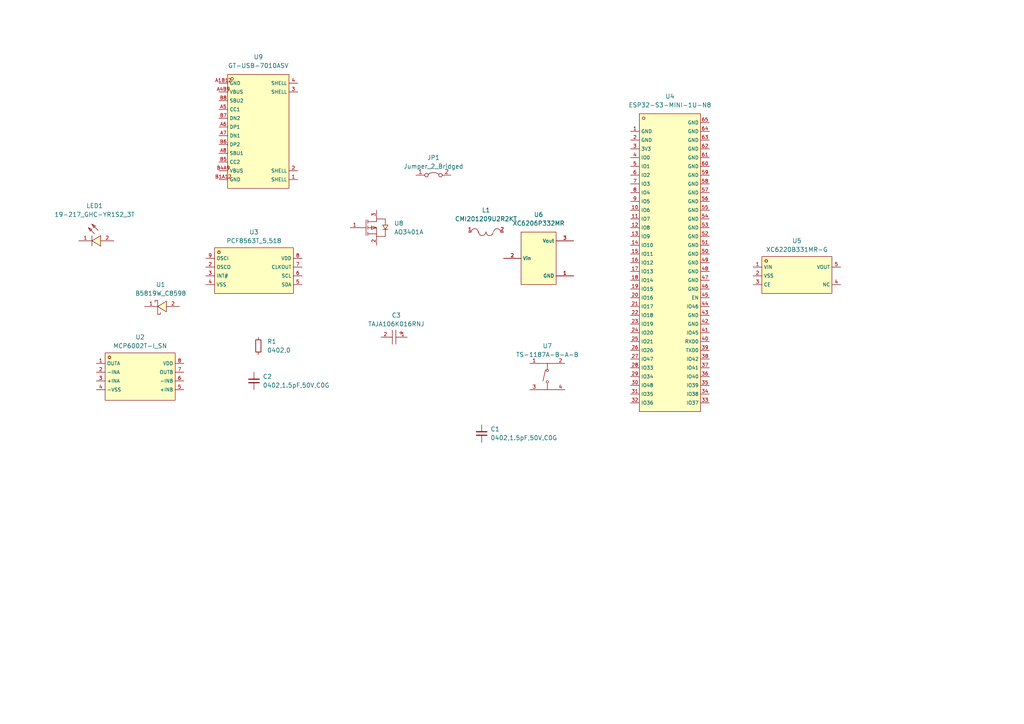
<source format=kicad_sch>
(kicad_sch (version 20230121) (generator eeschema)
  (paper "A4")
  (title_block (title "openRiverSense") (date "2023-07-30") (rev "0.1.0") (company "Kea Studios") (comment 1 "Chris Dirks"))
  (lib_symbols
    (symbol "Jumper:Jumper_2_Bridged" (pin_names (offset 0) hide)
      (property "Reference" "JP" (at 0 1.905 0))
      (property "Value" "Jumper_2_Bridged" (at 0 -2.54 0))
      (symbol "Jumper_2_Bridged_0_0"
        (circle (center -2.032 0) (radius 0.508))
        (circle (center 2.032 0) (radius 0.508))
      )
      (symbol "Jumper_2_Bridged_0_1"
        (arc (start 1.524 0.254) (mid 0 0.762) (end -1.524 0.254))
      )
      (symbol "Jumper_2_Bridged_1_1"
        (pin passive line (at -5.08 0 0) (length 2.54) (name "A") (number "1"))
        (pin passive line (at 5.08 0 180) (length 2.54) (name "B") (number "2"))
      )
    )
    (symbol "jlcpcb-analog:MCP6002T-I_SN"
      (property "Reference" "U" (at 0 1.27 0))
      (property "Value" "MCP6002T-I_SN" (at 0 -2.54 0))
      (symbol "MCP6002T-I_SN_0_1"
        (rectangle (start -10.16 6.858) (end 10.16 -6.858) (fill (type background)))
        (circle (center -8.89 5.588) (radius 0.381) (fill (type background)))
        (circle (center -8.89 5.588) (radius 0.381) (fill (type background)))
        (pin unspecified line (at -12.7 3.81 0) (length 2.54) (name "OUTA") (number "1"))
        (pin unspecified line (at -12.7 1.27 0) (length 2.54) (name "-INA") (number "2"))
        (pin unspecified line (at -12.7 -1.27 0) (length 2.54) (name "+INA") (number "3"))
        (pin unspecified line (at -12.7 -3.81 0) (length 2.54) (name "-VSS") (number "4"))
        (pin unspecified line (at 12.7 -3.81 180) (length 2.54) (name "+INB") (number "5"))
        (pin unspecified line (at 12.7 -1.27 180) (length 2.54) (name "-INB") (number "6"))
        (pin unspecified line (at 12.7 1.27 180) (length 2.54) (name "OUTB") (number "7"))
        (pin unspecified line (at 12.7 3.81 180) (length 2.54) (name "VDD") (number "8"))
      )
    )
    (symbol "jlcpcb-basic-capacitor:0402,1.5pF,50V,C0G "
      (property "Reference" "C" (at 1.71 0.508 0))
      (property "Value" "0402,1.5pF,50V,C0G " (at 1.71 -1.016 0))
      (symbol "0402,1.5pF,50V,C0G _0_0"
        (polyline (pts (xy -1.524 -0.508) (xy 1.524 -0.508)) (stroke (width 0.3048)))
        (polyline (pts (xy -1.524 0.508) (xy 1.524 0.508)) (stroke (width 0.3048)))
        (pin passive line (at 0 2.54 270) (length 2.032) (name "~") (number "1"))
        (pin passive line (at 0 -2.54 90) (length 2.032) (name "~") (number "2"))
      )
    )
    (symbol "jlcpcb-basic-resistor:0402,0"
      (property "Reference" "R" (at 0.762 0.508 0))
      (property "Value" "0402,0" (at 0.762 -1.016 0))
      (symbol "0402,0_0_0"
        (rectangle (start -0.762 1.778) (end 0.762 -1.778) (stroke (width 0.2032)))
        (pin passive line (at 0 2.54 270) (length 0.762) (name "~") (number "1"))
        (pin passive line (at 0 -2.54 90) (length 0.762) (name "~") (number "2"))
      )
    )
    (symbol "jlcpcb-chips-crystals:PCF8563T_5,518"
      (property "Reference" "U" (at 0 1.27 0))
      (property "Value" "PCF8563T_5,518" (at 0 -2.54 0))
      (symbol "PCF8563T_5,518_0_1"
        (rectangle (start -11.43 6.858) (end 11.43 -6.35) (fill (type background)))
        (circle (center -10.16 5.588) (radius 0.381) (fill (type background)))
        (circle (center -10.16 5.588) (radius 0.381) (fill (type background)))
        (pin unspecified line (at -13.97 1.27 0) (length 2.54) (name "OSCO") (number "2"))
        (pin unspecified line (at -13.97 -1.27 0) (length 2.54) (name "INT#") (number "3"))
        (pin unspecified line (at -13.97 -3.81 0) (length 2.54) (name "VSS") (number "4"))
        (pin unspecified line (at 13.97 -3.81 180) (length 2.54) (name "SDA") (number "5"))
        (pin unspecified line (at 13.97 -1.27 180) (length 2.54) (name "SCL") (number "6"))
        (pin unspecified line (at 13.97 1.27 180) (length 2.54) (name "CLKOUT") (number "7"))
        (pin unspecified line (at 13.97 3.81 180) (length 2.54) (name "VDD") (number "8"))
        (pin unspecified line (at -13.97 3.81 0) (length 2.54) (name "OSCI") (number "9"))
      )
    )
    (symbol "jlcpcb-diodes:19-217_GHC-YR1S2_3T" (pin_names hide)
      (property "Reference" "LED" (at 0 1.27 0))
      (property "Value" "19-217_GHC-YR1S2_3T" (at 0 -2.54 0))
      (symbol "19-217_GHC-YR1S2_3T_0_1"
        (polyline (pts (xy -1.27 1.524) (xy -1.27 -1.524)))
        (polyline (pts (xy -0.508 2.032) (xy -2.286 3.81)))
        (polyline (pts (xy 0.508 3.048) (xy -1.27 4.826)))
        (polyline (pts (xy -2.286 3.81) (xy -1.27 3.302) (xy -1.778 2.794) (xy -2.286 3.81)) (fill (type background)))
        (polyline (pts (xy -1.27 4.826) (xy -0.254 4.318) (xy -0.762 3.81) (xy -1.27 4.826)) (fill (type background)))
        (polyline (pts (xy 1.27 -1.524) (xy -1.27 0) (xy 1.27 1.524) (xy 1.27 -1.524)) (fill (type background)))
        (pin input line (at -5.08 0 0) (length 3.81) (name "C") (number "1"))
        (pin input line (at 5.08 0 180) (length 3.81) (name "A") (number "2"))
      )
    )
    (symbol "jlcpcb-diodes:B5819W_C8598" (pin_names hide)
      (property "Reference" "U" (at 0 1.27 0))
      (property "Value" "B5819W_C8598" (at 0 -2.54 0))
      (symbol "B5819W_C8598_0_1"
        (polyline (pts (xy 1.27 1.524) (xy -1.27 0) (xy 1.27 -1.524) (xy 1.27 1.524)) (fill (type background)))
        (polyline (pts (xy -0.508 -1.778) (xy -0.508 -2.286) (xy -1.27 -2.286) (xy -1.27 1.016) (xy -1.27 1.778) (xy -2.032 1.778) (xy -2.032 1.27)))
        (pin unspecified line (at -5.08 0 0) (length 3.81) (name "-") (number "1"))
        (pin unspecified line (at 5.08 0 180) (length 3.81) (name "+") (number "2"))
      )
    )
    (symbol "jlcpcb-extended:ESP32-S3-MINI-1U-N8"
      (property "Reference" "U" (at 0 1.27 0))
      (property "Value" "ESP32-S3-MINI-1U-N8" (at 0 -2.54 0))
      (symbol "ESP32-S3-MINI-1U-N8_0_1"
        (rectangle (start -8.89 43.1801) (end 8.89 -43.1801) (fill (type background)))
        (circle (center -7.62 41.9101) (radius 0.381) (fill (type background)))
        (pin unspecified line (at -11.43 38.1001 0) (length 2.54) (name "GND") (number "1"))
        (pin unspecified line (at -11.43 15.24 0) (length 2.54) (name "IO6") (number "10"))
        (pin unspecified line (at -11.43 12.7 0) (length 2.54) (name "IO7") (number "11"))
        (pin unspecified line (at -11.43 10.16 0) (length 2.54) (name "IO8") (number "12"))
        (pin unspecified line (at -11.43 7.62 0) (length 2.54) (name "IO9") (number "13"))
        (pin unspecified line (at -11.43 5.08 0) (length 2.54) (name "IO10") (number "14"))
        (pin unspecified line (at -11.43 2.54 0) (length 2.54) (name "IO11") (number "15"))
        (pin unspecified line (at -11.43 0 0) (length 2.54) (name "IO12") (number "16"))
        (pin unspecified line (at -11.43 -2.54 0) (length 2.54) (name "IO13") (number "17"))
        (pin unspecified line (at -11.43 -5.08 0) (length 2.54) (name "IO14") (number "18"))
        (pin unspecified line (at -11.43 -7.62 0) (length 2.54) (name "IO15") (number "19"))
        (pin unspecified line (at -11.43 35.5601 0) (length 2.54) (name "GND") (number "2"))
        (pin unspecified line (at -11.43 -10.16 0) (length 2.54) (name "IO16") (number "20"))
        (pin unspecified line (at -11.43 -12.7 0) (length 2.54) (name "IO17") (number "21"))
        (pin unspecified line (at -11.43 -15.24 0) (length 2.54) (name "IO18") (number "22"))
        (pin unspecified line (at -11.43 -17.78 0) (length 2.54) (name "IO19") (number "23"))
        (pin unspecified line (at -11.43 -20.32 0) (length 2.54) (name "IO20") (number "24"))
        (pin unspecified line (at -11.43 -22.86 0) (length 2.54) (name "IO21") (number "25"))
        (pin unspecified line (at -11.43 -25.4001 0) (length 2.54) (name "IO26") (number "26"))
        (pin unspecified line (at -11.43 -27.9401 0) (length 2.54) (name "IO47") (number "27"))
        (pin unspecified line (at -11.43 -30.4801 0) (length 2.54) (name "IO33") (number "28"))
        (pin unspecified line (at -11.43 -33.0201 0) (length 2.54) (name "IO34") (number "29"))
        (pin unspecified line (at -11.43 33.0201 0) (length 2.54) (name "3V3") (number "3"))
        (pin unspecified line (at -11.43 -35.5601 0) (length 2.54) (name "IO48") (number "30"))
        (pin unspecified line (at -11.43 -38.1001 0) (length 2.54) (name "IO35") (number "31"))
        (pin unspecified line (at -11.43 -40.6401 0) (length 2.54) (name "IO36") (number "32"))
        (pin unspecified line (at 11.43 -40.6401 180) (length 2.54) (name "IO37") (number "33"))
        (pin unspecified line (at 11.43 -38.1001 180) (length 2.54) (name "IO38") (number "34"))
        (pin unspecified line (at 11.43 -35.5601 180) (length 2.54) (name "IO39") (number "35"))
        (pin unspecified line (at 11.43 -33.0201 180) (length 2.54) (name "IO40") (number "36"))
        (pin unspecified line (at 11.43 -30.4801 180) (length 2.54) (name "IO41") (number "37"))
        (pin unspecified line (at 11.43 -27.9401 180) (length 2.54) (name "IO42") (number "38"))
        (pin unspecified line (at 11.43 -25.4001 180) (length 2.54) (name "TXD0") (number "39"))
        (pin unspecified line (at -11.43 30.4801 0) (length 2.54) (name "IO0") (number "4"))
        (pin unspecified line (at 11.43 -22.86 180) (length 2.54) (name "RXD0") (number "40"))
        (pin unspecified line (at 11.43 -20.32 180) (length 2.54) (name "IO45") (number "41"))
        (pin unspecified line (at 11.43 -17.78 180) (length 2.54) (name "GND") (number "42"))
        (pin unspecified line (at 11.43 -15.24 180) (length 2.54) (name "GND") (number "43"))
        (pin unspecified line (at 11.43 -12.7 180) (length 2.54) (name "IO46") (number "44"))
        (pin unspecified line (at 11.43 -10.16 180) (length 2.54) (name "EN") (number "45"))
        (pin unspecified line (at 11.43 -7.62 180) (length 2.54) (name "GND") (number "46"))
        (pin unspecified line (at 11.43 -5.08 180) (length 2.54) (name "GND") (number "47"))
        (pin unspecified line (at 11.43 -2.54 180) (length 2.54) (name "GND") (number "48"))
        (pin unspecified line (at 11.43 0 180) (length 2.54) (name "GND") (number "49"))
        (pin unspecified line (at -11.43 27.9401 0) (length 2.54) (name "IO1") (number "5"))
        (pin unspecified line (at 11.43 2.54 180) (length 2.54) (name "GND") (number "50"))
        (pin unspecified line (at 11.43 5.08 180) (length 2.54) (name "GND") (number "51"))
        (pin unspecified line (at 11.43 7.62 180) (length 2.54) (name "GND") (number "52"))
        (pin unspecified line (at 11.43 10.16 180) (length 2.54) (name "GND") (number "53"))
        (pin unspecified line (at 11.43 12.7 180) (length 2.54) (name "GND") (number "54"))
        (pin unspecified line (at 11.43 15.24 180) (length 2.54) (name "GND") (number "55"))
        (pin unspecified line (at 11.43 17.78 180) (length 2.54) (name "GND") (number "56"))
        (pin unspecified line (at 11.43 20.32 180) (length 2.54) (name "GND") (number "57"))
        (pin unspecified line (at 11.43 22.86 180) (length 2.54) (name "GND") (number "58"))
        (pin unspecified line (at 11.43 25.4001 180) (length 2.54) (name "GND") (number "59"))
        (pin unspecified line (at -11.43 25.4001 0) (length 2.54) (name "IO2") (number "6"))
        (pin unspecified line (at 11.43 27.9401 180) (length 2.54) (name "GND") (number "60"))
        (pin unspecified line (at 11.43 30.4801 180) (length 2.54) (name "GND") (number "61"))
        (pin unspecified line (at 11.43 33.0201 180) (length 2.54) (name "GND") (number "62"))
        (pin unspecified line (at 11.43 35.5601 180) (length 2.54) (name "GND") (number "63"))
        (pin unspecified line (at 11.43 38.1001 180) (length 2.54) (name "GND") (number "64"))
        (pin unspecified line (at 11.43 40.6401 180) (length 2.54) (name "GND") (number "65"))
        (pin unspecified line (at -11.43 22.86 0) (length 2.54) (name "IO3") (number "7"))
        (pin unspecified line (at -11.43 20.32 0) (length 2.54) (name "IO4") (number "8"))
        (pin unspecified line (at -11.43 17.78 0) (length 2.54) (name "IO5") (number "9"))
      )
    )
    (symbol "jlcpcb-extended:GT-USB-7010ASV"
      (property "Reference" "U" (at 0 1.27 0))
      (property "Value" "GT-USB-7010ASV" (at 0 -2.54 0))
      (symbol "GT-USB-7010ASV_0_1"
        (rectangle (start -10.16 17.78) (end 7.62 -15.24) (fill (type background)))
        (circle (center -8.89 16.51) (radius 0.381) (fill (type background)))
        (pin unspecified line (at 10.16 -12.7 180) (length 2.54) (name "SHELL") (number "1"))
        (pin unspecified line (at 10.16 -10.16 180) (length 2.54) (name "SHELL") (number "2"))
        (pin unspecified line (at 10.16 12.7 180) (length 2.54) (name "SHELL") (number "3"))
        (pin unspecified line (at 10.16 15.24 180) (length 2.54) (name "SHELL") (number "4"))
        (pin unspecified line (at -12.7 15.24 0) (length 2.54) (name "GND") (number "A1B12"))
        (pin unspecified line (at -12.7 12.7 0) (length 2.54) (name "VBUS") (number "A4B9"))
        (pin unspecified line (at -12.7 7.62 0) (length 2.54) (name "CC1") (number "A5"))
        (pin unspecified line (at -12.7 2.54 0) (length 2.54) (name "DP1") (number "A6"))
        (pin unspecified line (at -12.7 0 0) (length 2.54) (name "DN1") (number "A7"))
        (pin unspecified line (at -12.7 -5.08 0) (length 2.54) (name "SBU1") (number "A8"))
        (pin unspecified line (at -12.7 -12.7 0) (length 2.54) (name "GND") (number "B1A12"))
        (pin unspecified line (at -12.7 -10.16 0) (length 2.54) (name "VBUS") (number "B4A9"))
        (pin unspecified line (at -12.7 -7.62 0) (length 2.54) (name "CC2") (number "B5"))
        (pin unspecified line (at -12.7 -2.54 0) (length 2.54) (name "DP2") (number "B6"))
        (pin unspecified line (at -12.7 5.08 0) (length 2.54) (name "DN2") (number "B7"))
        (pin unspecified line (at -12.7 10.16 0) (length 2.54) (name "SBU2") (number "B8"))
      )
    )
    (symbol "jlcpcb-extended:XC6220B331MR-G"
      (property "Reference" "U" (at 0 1.27 0))
      (property "Value" "XC6220B331MR-G" (at 0 -2.54 0))
      (symbol "XC6220B331MR-G_0_1"
        (rectangle (start -10.16 5.588) (end 10.16 -5.08) (fill (type background)))
        (circle (center -8.89 4.318) (radius 0.381) (fill (type background)))
        (circle (center -8.89 4.318) (radius 0.381) (fill (type background)))
        (pin unspecified line (at -12.7 2.54 0) (length 2.54) (name "VIN") (number "1"))
        (pin unspecified line (at -12.7 0 0) (length 2.54) (name "VSS") (number "2"))
        (pin unspecified line (at -12.7 -2.54 0) (length 2.54) (name "CE") (number "3"))
        (pin unspecified line (at 12.7 -2.54 180) (length 2.54) (name "NC") (number "4"))
        (pin unspecified line (at 12.7 2.54 180) (length 2.54) (name "VOUT") (number "5"))
      )
    )
    (symbol "jlcpcb-inductors-ferrite-beads:CMI201209U2R2KT" (pin_names hide)
      (property "Reference" "L" (at 0 1.27 0))
      (property "Value" "CMI201209U2R2KT" (at 0 -2.54 0))
      (symbol "CMI201209U2R2KT_0_1"
        (arc (start -2.2674 -0.1341) (mid -3.1595 0.9883) (end -4.2858 0.1011))
        (arc (start -2.1318 0.1001) (mid -1.2406 -1.0269) (end -0.1135 -0.1357))
        (arc (start 0.0196 0.1001) (mid 0.9107 -1.0268) (end 2.0378 -0.1357))
        (arc (start 4.2312 -0.1341) (mid 3.3391 0.9883) (end 2.2128 0.1011))
        (pin unspecified line (at -5.08 0 0) (length 0.762) (name "1") (number "1"))
        (pin unspecified line (at 5.08 0 180) (length 0.762) (name "2") (number "2"))
      )
    )
    (symbol "jlcpcb-power:XC6206P332MR"
      (property "Reference" "U" (at 0 1.27 0))
      (property "Value" "XC6206P332MR" (at 0 -2.54 0))
      (symbol "XC6206P332MR_0_1"
        (rectangle (start -5.08 7.62) (end 5.08 -7.62) (fill (type background)))
        (pin unspecified line (at 10.16 -5.08 180) (length 5.08) (name "GND") (number "1"))
        (pin unspecified line (at -10.16 0 0) (length 5.08) (name "Vin") (number "2"))
        (pin unspecified line (at 10.16 5.08 180) (length 5.08) (name "Vout") (number "3"))
      )
    )
    (symbol "jlcpcb-switches:TS-1187A-B-A-B" (pin_names hide)
      (property "Reference" "U" (at 0 1.27 0))
      (property "Value" "TS-1187A-B-A-B" (at 0 -2.54 0))
      (symbol "TS-1187A-B-A-B_0_1"
        (circle (center 0 -2.794) (radius 0.3175) (fill (type background)))
        (polyline (pts (xy -2.54 -5.08) (xy 2.54 -5.08)))
        (polyline (pts (xy -2.54 2.54) (xy 2.54 2.54)))
        (polyline (pts (xy -0.508 0.762) (xy -1.27 -2.54)))
        (polyline (pts (xy 0 -3.302) (xy 0 -5.08)))
        (polyline (pts (xy 0 0.762) (xy 0 2.54)))
        (circle (center 0 0.508) (radius 0.3175) (fill (type background)))
        (pin unspecified line (at -5.08 2.54 0) (length 2.54) (name "A") (number "1"))
        (pin unspecified line (at 5.08 2.54 180) (length 2.54) (name "B") (number "2"))
        (pin unspecified line (at -5.08 -5.08 0) (length 2.54) (name "C") (number "3"))
        (pin unspecified line (at 5.08 -5.08 180) (length 2.54) (name "D") (number "4"))
      )
    )
    (symbol "jlcpcb-tantalum-capacitors:TAJA106K016RNJ" (pin_names hide)
      (property "Reference" "C" (at 0 1.27 0))
      (property "Value" "TAJA106K016RNJ" (at 0 -2.54 0))
      (symbol "TAJA106K016RNJ_0_1"
        (polyline (pts (xy -0.508 -2.032) (xy -0.508 2.032)))
        (polyline (pts (xy -0.508 0) (xy -1.27 0)))
        (polyline (pts (xy 0.508 -2.032) (xy 0.508 2.032)))
        (polyline (pts (xy 1.27 0) (xy 0.508 0)))
        (polyline (pts (xy 1.524 1.27) (xy 2.54 1.27)))
        (polyline (pts (xy 2.032 1.778) (xy 2.032 0.762)))
        (pin input line (at 3.81 0 180) (length 2.54) (name "1") (number "1"))
        (pin input line (at -3.81 0 0) (length 2.54) (name "2") (number "2"))
      )
    )
    (symbol "jlcpcb-transistors:AO3401A" (pin_names hide)
      (property "Reference" "U" (at 0 1.27 0))
      (property "Value" "AO3401A" (at 0 -2.54 0))
      (symbol "AO3401A_0_1"
        (polyline (pts (xy -2.54 0) (xy -0.508 0)))
        (polyline (pts (xy -0.508 2.286) (xy -0.508 -2.286)))
        (polyline (pts (xy 0 -2.286) (xy 0 -1.27)))
        (polyline (pts (xy 0 -0.508) (xy 0 0.508)))
        (polyline (pts (xy 0 1.27) (xy 0 2.286)))
        (polyline (pts (xy 2.54 -1.778) (xy 0 -1.778)))
        (polyline (pts (xy 2.54 1.778) (xy 0 1.778)))
        (polyline (pts (xy 0 0) (xy 2.54 0) (xy 2.54 -2.54)))
        (polyline (pts (xy 2.54 -2.54) (xy 5.08 -2.54) (xy 5.08 -0.508)))
        (polyline (pts (xy 2.54 0) (xy 1.016 0.508) (xy 1.016 -0.508) (xy 2.54 0)) (fill (type background)))
        (polyline (pts (xy 2.54 1.778) (xy 2.54 2.54) (xy 5.08 2.54) (xy 5.08 0.762)))
        (polyline (pts (xy 5.08 -0.508) (xy 5.842 0.762) (xy 4.318 0.762) (xy 5.08 -0.508)) (fill (type background)))
        (polyline (pts (xy 5.842 -0.508) (xy 5.588 -0.508) (xy 4.572 -0.508) (xy 4.318 -0.508)))
        (pin unspecified line (at -5.08 0 0) (length 2.54) (name "G") (number "1"))
        (pin unspecified line (at 2.54 -5.08 90) (length 2.54) (name "S") (number "2"))
        (pin unspecified line (at 2.54 5.08 270) (length 2.54) (name "D") (number "3"))
      )
    )
  )
  (symbol (lib_id "jlcpcb-power:XC6206P332MR") (at 156.21 74.93 0) (unit 1)
    (property "Reference" "U6" (at 156.21 62.23 0))
    (property "Value" "XC6206P332MR" (at 156.21 64.77 0))
    (property "Footprint" "footprint:SOT-23-3_L2.9-W1.6-P1.90-LS2.8-BR" (effects hide))
    (property "Datasheet" "https://item.szlcsc.com/14454.html" (effects hide))
    (property "LCSC" "C5446" (effects hide))
  )
  (symbol (lib_id "jlcpcb-tantalum-capacitors:TAJA106K016RNJ") (at 114.3 97.79 0) (unit 1)
    (property "Reference" "C3" (at 114.935 91.44 0))
    (property "Value" "TAJA106K016RNJ" (at 114.935 93.98 0))
    (property "Footprint" "footprint:CAP-SMD_L3.2-W1.6-RD-C7171" (effects hide))
    (property "Datasheet" "https://item.szlcsc.com/210648.html" (effects hide))
    (property "LCSC" "C7171" (effects hide))
  )
  (symbol (lib_id "jlcpcb-switches:TS-1187A-B-A-B") (at 158.75 107.95 0) (unit 1)
    (property "Reference" "U7" (at 158.75 100.33 0))
    (property "Value" "TS-1187A-B-A-B" (at 158.75 102.87 0))
    (property "Footprint" "footprint:SW-SMD_4P-L5.1-W5.1-P3.70-LS6.5-TL-2" (effects hide))
    (property "Datasheet" "https://item.szlcsc.com/300285.html" (effects hide))
    (property "LCSC" "C318884" (effects hide))
  )
  (symbol (lib_id "jlcpcb-basic-resistor:0402,0") (at 74.93 100.33 0) (unit 1)
    (property "Reference" "R1" (at 77.47 99.06 0) (effects (justify left)))
    (property "Value" "0402,0" (at 77.47 101.6 0) (effects (justify left)))
    (property "Footprint" "Resistor_SMD:R_0402_1005Metric" (effects hide))
    (property "Datasheet" "https://datasheet.lcsc.com/lcsc/2110251730_UNI-ROYAL-Uniroyal-Elec-0402WGF0000TCE_C17168.pdf" (effects hide))
    (property "LCSC" "C17168" (effects hide))
    (property "MFG" "UNI-ROYAL(Uniroyal Elec)" (effects hide))
    (property "MFGPN" "0402WGF0000TCE" (effects hide))
  )
  (symbol (lib_id "jlcpcb-inductors-ferrite-beads:CMI201209U2R2KT") (at 140.97 67.31 0) (unit 1)
    (property "Reference" "L1" (at 140.97 60.96 0))
    (property "Value" "CMI201209U2R2KT" (at 140.97 63.5 0))
    (property "Footprint" "footprint:L0805" (effects hide))
    (property "Datasheet" "https://item.szlcsc.com/344132.html" (effects hide))
    (property "LCSC" "C1043" (effects hide))
  )
  (symbol (lib_id "jlcpcb-extended:GT-USB-7010ASV") (at 76.2 39.37 0) (unit 1)
    (property "Reference" "U9" (at 74.93 16.51 0))
    (property "Value" "GT-USB-7010ASV" (at 74.93 19.05 0))
    (property "Footprint" "footprint:USB-C-SMD_G-SWITCH_GT-USB-7010ASV" (effects hide))
    (property "Datasheet" "https://atta.szlcsc.com/upload/public/pdf/source/20220407/8043DBBC37E1BDE9D4FD36EE7A4A9BB9.pdf" (effects hide))
    (property "LCSC" "C2988369" (effects hide))
  )
  (symbol (lib_id "jlcpcb-basic-capacitor:0402,1.5pF,50V,C0G ") (at 73.66 110.49 0) (unit 1)
    (property "Reference" "C2" (at 76.2 109.22 0) (effects (justify left)))
    (property "Value" "0402,1.5pF,50V,C0G " (at 76.2 111.76 0) (effects (justify left)))
    (property "Footprint" "Capacitor_SMD:C_0402_1005Metric" (effects hide))
    (property "Datasheet" "https://datasheet.lcsc.com/lcsc/1811151132_FH-Guangdong-Fenghua-Advanced-Tech-0402CG1R5C500NT_C1552.pdf" (effects hide))
    (property "LCSC" "C1552" (effects hide))
    (property "MFG" "FH(Guangdong Fenghua Advanced Tech)" (effects hide))
    (property "MFGPN" "0402CG1R5C500NT" (effects hide))
  )
  (symbol (lib_id "jlcpcb-transistors:AO3401A") (at 106.68 66.04 0) (unit 1)
    (property "Reference" "U8" (at 114.3 64.77 0) (effects (justify left)))
    (property "Value" "AO3401A" (at 114.3 67.31 0) (effects (justify left)))
    (property "Footprint" "footprint:SOT-23_L2.9-W1.3-P1.90-LS2.4-BR" (effects hide))
    (property "Datasheet" "https://item.szlcsc.com/236142.html" (effects hide))
    (property "LCSC" "C15127" (effects hide))
  )
  (symbol (lib_id "jlcpcb-basic-capacitor:0402,1.5pF,50V,C0G ") (at 139.7 125.73 0) (unit 1)
    (property "Reference" "C1" (at 142.24 124.46 0) (effects (justify left)))
    (property "Value" "0402,1.5pF,50V,C0G " (at 142.24 127 0) (effects (justify left)))
    (property "Footprint" "Capacitor_SMD:C_0402_1005Metric" (effects hide))
    (property "Datasheet" "https://datasheet.lcsc.com/lcsc/1811151132_FH-Guangdong-Fenghua-Advanced-Tech-0402CG1R5C500NT_C1552.pdf" (effects hide))
    (property "LCSC" "C1552" (effects hide))
    (property "MFG" "FH(Guangdong Fenghua Advanced Tech)" (effects hide))
    (property "MFGPN" "0402CG1R5C500NT" (effects hide))
  )
  (symbol (lib_id "jlcpcb-extended:XC6220B331MR-G") (at 231.14 80.01 0) (unit 1)
    (property "Reference" "U5" (at 231.14 69.85 0))
    (property "Value" "XC6220B331MR-G" (at 231.14 72.39 0))
    (property "Footprint" "footprint:SOT-25_L3.0-W1.6-P0.95-LS2.8-TL" (effects hide))
    (property "Datasheet" "https://item.szlcsc.com/464949.html" (effects hide))
    (property "LCSC" "C86534" (effects hide))
  )
  (symbol (lib_id "jlcpcb-extended:ESP32-S3-MINI-1U-N8") (at 194.31 76.2 0) (unit 1)
    (property "Reference" "U4" (at 194.31 27.94 0))
    (property "Value" "ESP32-S3-MINI-1U-N8" (at 194.31 30.48 0))
    (property "Footprint" "footprint:BULETM-SMD_ESPRESSIF_ESP32-S3-MINI-1U-N8" (effects hide))
    (property "Datasheet" "https://www.espressif.com/sites/default/files/documentation/esp32-pico-mini-02_datasheet_cn.pdf" (effects hide))
    (property "LCSC" "C2980299" (effects hide))
  )
  (symbol (lib_id "Jumper:Jumper_2_Bridged") (at 125.73 50.8 0) (unit 1)
    (property "Reference" "JP1" (at 125.73 45.72 0))
    (property "Value" "Jumper_2_Bridged" (at 125.73 48.26 0))
    (property "Footprint" "TestPoint:TestPoint_2Pads_Pitch5.08mm_Drill1.3mm" (effects hide))
  )
  (symbol (lib_id "jlcpcb-analog:MCP6002T-I_SN") (at 40.64 109.22 0) (unit 1)
    (property "Reference" "U2" (at 40.64 97.79 0))
    (property "Value" "MCP6002T-I_SN" (at 40.64 100.33 0))
    (property "Footprint" "footprint:SOIC-8_L4.9-W3.9-P1.27-LS6.0-BL" (effects hide))
    (property "Datasheet" "https://so.szlcsc.com/global.html?c=&k=C9843" (effects hide))
    (property "LCSC" "C7377" (effects hide))
  )
  (symbol (lib_id "jlcpcb-diodes:B5819W_C8598") (at 46.99 88.9 0) (unit 1)
    (property "Reference" "U1" (at 46.609 82.55 0))
    (property "Value" "B5819W_C8598" (at 46.609 85.09 0))
    (property "Footprint" "footprint:SOD-123_L2.7-W1.6-LS3.7-RD-1" (effects hide))
    (property "Datasheet" "https://atta.szlcsc.com/upload/public/pdf/source/20210423/C2828417_EF1BF8BE3D48F97E320B09B073C89160.pdf" (effects hide))
    (property "LCSC" "C8598" (effects hide))
  )
  (symbol (lib_id "jlcpcb-diodes:19-217_GHC-YR1S2_3T") (at 27.94 69.85 0) (unit 1)
    (property "Reference" "LED1" (at 27.432 59.69 0))
    (property "Value" "19-217_GHC-YR1S2_3T" (at 27.432 62.23 0))
    (property "Footprint" "footprint:LED0603-RD" (effects hide))
    (property "Datasheet" "https://item.szlcsc.com/347874.html" (effects hide))
    (property "LCSC" "C72043" (effects hide))
  )
  (symbol (lib_id "jlcpcb-chips-crystals:PCF8563T_5,518") (at 73.66 78.74 0) (unit 1)
    (property "Reference" "U3" (at 73.66 67.31 0))
    (property "Value" "PCF8563T_5,518" (at 73.66 69.85 0))
    (property "Footprint" "footprint:SOIC-8_L5.0-W4.0-P1.27-LS6.0-BL" (effects hide))
    (property "Datasheet" "https://item.szlcsc.com/417287.html" (effects hide))
    (property "LCSC" "C7440" (effects hide))
  )
)
</source>
